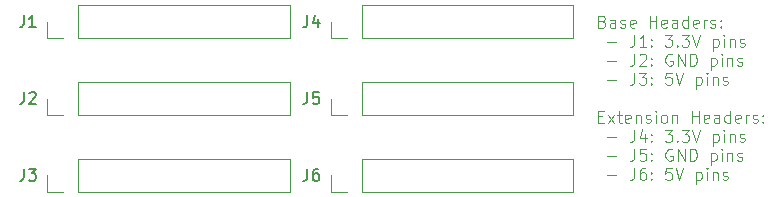
<source format=gbr>
%TF.GenerationSoftware,KiCad,Pcbnew,9.0.4*%
%TF.CreationDate,2025-09-14T11:53:58+01:00*%
%TF.ProjectId,dc_power_headers,64635f70-6f77-4657-925f-686561646572,rev?*%
%TF.SameCoordinates,Original*%
%TF.FileFunction,Legend,Top*%
%TF.FilePolarity,Positive*%
%FSLAX46Y46*%
G04 Gerber Fmt 4.6, Leading zero omitted, Abs format (unit mm)*
G04 Created by KiCad (PCBNEW 9.0.4) date 2025-09-14 11:53:58*
%MOMM*%
%LPD*%
G01*
G04 APERTURE LIST*
%ADD10C,0.100000*%
%ADD11C,0.150000*%
%ADD12C,0.120000*%
G04 APERTURE END LIST*
D10*
X161137217Y-71969057D02*
X161280074Y-72016676D01*
X161280074Y-72016676D02*
X161327693Y-72064295D01*
X161327693Y-72064295D02*
X161375312Y-72159533D01*
X161375312Y-72159533D02*
X161375312Y-72302390D01*
X161375312Y-72302390D02*
X161327693Y-72397628D01*
X161327693Y-72397628D02*
X161280074Y-72445248D01*
X161280074Y-72445248D02*
X161184836Y-72492867D01*
X161184836Y-72492867D02*
X160803884Y-72492867D01*
X160803884Y-72492867D02*
X160803884Y-71492867D01*
X160803884Y-71492867D02*
X161137217Y-71492867D01*
X161137217Y-71492867D02*
X161232455Y-71540486D01*
X161232455Y-71540486D02*
X161280074Y-71588105D01*
X161280074Y-71588105D02*
X161327693Y-71683343D01*
X161327693Y-71683343D02*
X161327693Y-71778581D01*
X161327693Y-71778581D02*
X161280074Y-71873819D01*
X161280074Y-71873819D02*
X161232455Y-71921438D01*
X161232455Y-71921438D02*
X161137217Y-71969057D01*
X161137217Y-71969057D02*
X160803884Y-71969057D01*
X162232455Y-72492867D02*
X162232455Y-71969057D01*
X162232455Y-71969057D02*
X162184836Y-71873819D01*
X162184836Y-71873819D02*
X162089598Y-71826200D01*
X162089598Y-71826200D02*
X161899122Y-71826200D01*
X161899122Y-71826200D02*
X161803884Y-71873819D01*
X162232455Y-72445248D02*
X162137217Y-72492867D01*
X162137217Y-72492867D02*
X161899122Y-72492867D01*
X161899122Y-72492867D02*
X161803884Y-72445248D01*
X161803884Y-72445248D02*
X161756265Y-72350009D01*
X161756265Y-72350009D02*
X161756265Y-72254771D01*
X161756265Y-72254771D02*
X161803884Y-72159533D01*
X161803884Y-72159533D02*
X161899122Y-72111914D01*
X161899122Y-72111914D02*
X162137217Y-72111914D01*
X162137217Y-72111914D02*
X162232455Y-72064295D01*
X162661027Y-72445248D02*
X162756265Y-72492867D01*
X162756265Y-72492867D02*
X162946741Y-72492867D01*
X162946741Y-72492867D02*
X163041979Y-72445248D01*
X163041979Y-72445248D02*
X163089598Y-72350009D01*
X163089598Y-72350009D02*
X163089598Y-72302390D01*
X163089598Y-72302390D02*
X163041979Y-72207152D01*
X163041979Y-72207152D02*
X162946741Y-72159533D01*
X162946741Y-72159533D02*
X162803884Y-72159533D01*
X162803884Y-72159533D02*
X162708646Y-72111914D01*
X162708646Y-72111914D02*
X162661027Y-72016676D01*
X162661027Y-72016676D02*
X162661027Y-71969057D01*
X162661027Y-71969057D02*
X162708646Y-71873819D01*
X162708646Y-71873819D02*
X162803884Y-71826200D01*
X162803884Y-71826200D02*
X162946741Y-71826200D01*
X162946741Y-71826200D02*
X163041979Y-71873819D01*
X163899122Y-72445248D02*
X163803884Y-72492867D01*
X163803884Y-72492867D02*
X163613408Y-72492867D01*
X163613408Y-72492867D02*
X163518170Y-72445248D01*
X163518170Y-72445248D02*
X163470551Y-72350009D01*
X163470551Y-72350009D02*
X163470551Y-71969057D01*
X163470551Y-71969057D02*
X163518170Y-71873819D01*
X163518170Y-71873819D02*
X163613408Y-71826200D01*
X163613408Y-71826200D02*
X163803884Y-71826200D01*
X163803884Y-71826200D02*
X163899122Y-71873819D01*
X163899122Y-71873819D02*
X163946741Y-71969057D01*
X163946741Y-71969057D02*
X163946741Y-72064295D01*
X163946741Y-72064295D02*
X163470551Y-72159533D01*
X165137218Y-72492867D02*
X165137218Y-71492867D01*
X165137218Y-71969057D02*
X165708646Y-71969057D01*
X165708646Y-72492867D02*
X165708646Y-71492867D01*
X166565789Y-72445248D02*
X166470551Y-72492867D01*
X166470551Y-72492867D02*
X166280075Y-72492867D01*
X166280075Y-72492867D02*
X166184837Y-72445248D01*
X166184837Y-72445248D02*
X166137218Y-72350009D01*
X166137218Y-72350009D02*
X166137218Y-71969057D01*
X166137218Y-71969057D02*
X166184837Y-71873819D01*
X166184837Y-71873819D02*
X166280075Y-71826200D01*
X166280075Y-71826200D02*
X166470551Y-71826200D01*
X166470551Y-71826200D02*
X166565789Y-71873819D01*
X166565789Y-71873819D02*
X166613408Y-71969057D01*
X166613408Y-71969057D02*
X166613408Y-72064295D01*
X166613408Y-72064295D02*
X166137218Y-72159533D01*
X167470551Y-72492867D02*
X167470551Y-71969057D01*
X167470551Y-71969057D02*
X167422932Y-71873819D01*
X167422932Y-71873819D02*
X167327694Y-71826200D01*
X167327694Y-71826200D02*
X167137218Y-71826200D01*
X167137218Y-71826200D02*
X167041980Y-71873819D01*
X167470551Y-72445248D02*
X167375313Y-72492867D01*
X167375313Y-72492867D02*
X167137218Y-72492867D01*
X167137218Y-72492867D02*
X167041980Y-72445248D01*
X167041980Y-72445248D02*
X166994361Y-72350009D01*
X166994361Y-72350009D02*
X166994361Y-72254771D01*
X166994361Y-72254771D02*
X167041980Y-72159533D01*
X167041980Y-72159533D02*
X167137218Y-72111914D01*
X167137218Y-72111914D02*
X167375313Y-72111914D01*
X167375313Y-72111914D02*
X167470551Y-72064295D01*
X168375313Y-72492867D02*
X168375313Y-71492867D01*
X168375313Y-72445248D02*
X168280075Y-72492867D01*
X168280075Y-72492867D02*
X168089599Y-72492867D01*
X168089599Y-72492867D02*
X167994361Y-72445248D01*
X167994361Y-72445248D02*
X167946742Y-72397628D01*
X167946742Y-72397628D02*
X167899123Y-72302390D01*
X167899123Y-72302390D02*
X167899123Y-72016676D01*
X167899123Y-72016676D02*
X167946742Y-71921438D01*
X167946742Y-71921438D02*
X167994361Y-71873819D01*
X167994361Y-71873819D02*
X168089599Y-71826200D01*
X168089599Y-71826200D02*
X168280075Y-71826200D01*
X168280075Y-71826200D02*
X168375313Y-71873819D01*
X169232456Y-72445248D02*
X169137218Y-72492867D01*
X169137218Y-72492867D02*
X168946742Y-72492867D01*
X168946742Y-72492867D02*
X168851504Y-72445248D01*
X168851504Y-72445248D02*
X168803885Y-72350009D01*
X168803885Y-72350009D02*
X168803885Y-71969057D01*
X168803885Y-71969057D02*
X168851504Y-71873819D01*
X168851504Y-71873819D02*
X168946742Y-71826200D01*
X168946742Y-71826200D02*
X169137218Y-71826200D01*
X169137218Y-71826200D02*
X169232456Y-71873819D01*
X169232456Y-71873819D02*
X169280075Y-71969057D01*
X169280075Y-71969057D02*
X169280075Y-72064295D01*
X169280075Y-72064295D02*
X168803885Y-72159533D01*
X169708647Y-72492867D02*
X169708647Y-71826200D01*
X169708647Y-72016676D02*
X169756266Y-71921438D01*
X169756266Y-71921438D02*
X169803885Y-71873819D01*
X169803885Y-71873819D02*
X169899123Y-71826200D01*
X169899123Y-71826200D02*
X169994361Y-71826200D01*
X170280076Y-72445248D02*
X170375314Y-72492867D01*
X170375314Y-72492867D02*
X170565790Y-72492867D01*
X170565790Y-72492867D02*
X170661028Y-72445248D01*
X170661028Y-72445248D02*
X170708647Y-72350009D01*
X170708647Y-72350009D02*
X170708647Y-72302390D01*
X170708647Y-72302390D02*
X170661028Y-72207152D01*
X170661028Y-72207152D02*
X170565790Y-72159533D01*
X170565790Y-72159533D02*
X170422933Y-72159533D01*
X170422933Y-72159533D02*
X170327695Y-72111914D01*
X170327695Y-72111914D02*
X170280076Y-72016676D01*
X170280076Y-72016676D02*
X170280076Y-71969057D01*
X170280076Y-71969057D02*
X170327695Y-71873819D01*
X170327695Y-71873819D02*
X170422933Y-71826200D01*
X170422933Y-71826200D02*
X170565790Y-71826200D01*
X170565790Y-71826200D02*
X170661028Y-71873819D01*
X171137219Y-72397628D02*
X171184838Y-72445248D01*
X171184838Y-72445248D02*
X171137219Y-72492867D01*
X171137219Y-72492867D02*
X171089600Y-72445248D01*
X171089600Y-72445248D02*
X171137219Y-72397628D01*
X171137219Y-72397628D02*
X171137219Y-72492867D01*
X171137219Y-71873819D02*
X171184838Y-71921438D01*
X171184838Y-71921438D02*
X171137219Y-71969057D01*
X171137219Y-71969057D02*
X171089600Y-71921438D01*
X171089600Y-71921438D02*
X171137219Y-71873819D01*
X171137219Y-71873819D02*
X171137219Y-71969057D01*
X161565789Y-73721858D02*
X162327694Y-73721858D01*
X163851503Y-73102811D02*
X163851503Y-73817096D01*
X163851503Y-73817096D02*
X163803884Y-73959953D01*
X163803884Y-73959953D02*
X163708646Y-74055192D01*
X163708646Y-74055192D02*
X163565789Y-74102811D01*
X163565789Y-74102811D02*
X163470551Y-74102811D01*
X164851503Y-74102811D02*
X164280075Y-74102811D01*
X164565789Y-74102811D02*
X164565789Y-73102811D01*
X164565789Y-73102811D02*
X164470551Y-73245668D01*
X164470551Y-73245668D02*
X164375313Y-73340906D01*
X164375313Y-73340906D02*
X164280075Y-73388525D01*
X165280075Y-74007572D02*
X165327694Y-74055192D01*
X165327694Y-74055192D02*
X165280075Y-74102811D01*
X165280075Y-74102811D02*
X165232456Y-74055192D01*
X165232456Y-74055192D02*
X165280075Y-74007572D01*
X165280075Y-74007572D02*
X165280075Y-74102811D01*
X165280075Y-73483763D02*
X165327694Y-73531382D01*
X165327694Y-73531382D02*
X165280075Y-73579001D01*
X165280075Y-73579001D02*
X165232456Y-73531382D01*
X165232456Y-73531382D02*
X165280075Y-73483763D01*
X165280075Y-73483763D02*
X165280075Y-73579001D01*
X166422932Y-73102811D02*
X167041979Y-73102811D01*
X167041979Y-73102811D02*
X166708646Y-73483763D01*
X166708646Y-73483763D02*
X166851503Y-73483763D01*
X166851503Y-73483763D02*
X166946741Y-73531382D01*
X166946741Y-73531382D02*
X166994360Y-73579001D01*
X166994360Y-73579001D02*
X167041979Y-73674239D01*
X167041979Y-73674239D02*
X167041979Y-73912334D01*
X167041979Y-73912334D02*
X166994360Y-74007572D01*
X166994360Y-74007572D02*
X166946741Y-74055192D01*
X166946741Y-74055192D02*
X166851503Y-74102811D01*
X166851503Y-74102811D02*
X166565789Y-74102811D01*
X166565789Y-74102811D02*
X166470551Y-74055192D01*
X166470551Y-74055192D02*
X166422932Y-74007572D01*
X167470551Y-74007572D02*
X167518170Y-74055192D01*
X167518170Y-74055192D02*
X167470551Y-74102811D01*
X167470551Y-74102811D02*
X167422932Y-74055192D01*
X167422932Y-74055192D02*
X167470551Y-74007572D01*
X167470551Y-74007572D02*
X167470551Y-74102811D01*
X167851503Y-73102811D02*
X168470550Y-73102811D01*
X168470550Y-73102811D02*
X168137217Y-73483763D01*
X168137217Y-73483763D02*
X168280074Y-73483763D01*
X168280074Y-73483763D02*
X168375312Y-73531382D01*
X168375312Y-73531382D02*
X168422931Y-73579001D01*
X168422931Y-73579001D02*
X168470550Y-73674239D01*
X168470550Y-73674239D02*
X168470550Y-73912334D01*
X168470550Y-73912334D02*
X168422931Y-74007572D01*
X168422931Y-74007572D02*
X168375312Y-74055192D01*
X168375312Y-74055192D02*
X168280074Y-74102811D01*
X168280074Y-74102811D02*
X167994360Y-74102811D01*
X167994360Y-74102811D02*
X167899122Y-74055192D01*
X167899122Y-74055192D02*
X167851503Y-74007572D01*
X168756265Y-73102811D02*
X169089598Y-74102811D01*
X169089598Y-74102811D02*
X169422931Y-73102811D01*
X170518170Y-73436144D02*
X170518170Y-74436144D01*
X170518170Y-73483763D02*
X170613408Y-73436144D01*
X170613408Y-73436144D02*
X170803884Y-73436144D01*
X170803884Y-73436144D02*
X170899122Y-73483763D01*
X170899122Y-73483763D02*
X170946741Y-73531382D01*
X170946741Y-73531382D02*
X170994360Y-73626620D01*
X170994360Y-73626620D02*
X170994360Y-73912334D01*
X170994360Y-73912334D02*
X170946741Y-74007572D01*
X170946741Y-74007572D02*
X170899122Y-74055192D01*
X170899122Y-74055192D02*
X170803884Y-74102811D01*
X170803884Y-74102811D02*
X170613408Y-74102811D01*
X170613408Y-74102811D02*
X170518170Y-74055192D01*
X171422932Y-74102811D02*
X171422932Y-73436144D01*
X171422932Y-73102811D02*
X171375313Y-73150430D01*
X171375313Y-73150430D02*
X171422932Y-73198049D01*
X171422932Y-73198049D02*
X171470551Y-73150430D01*
X171470551Y-73150430D02*
X171422932Y-73102811D01*
X171422932Y-73102811D02*
X171422932Y-73198049D01*
X171899122Y-73436144D02*
X171899122Y-74102811D01*
X171899122Y-73531382D02*
X171946741Y-73483763D01*
X171946741Y-73483763D02*
X172041979Y-73436144D01*
X172041979Y-73436144D02*
X172184836Y-73436144D01*
X172184836Y-73436144D02*
X172280074Y-73483763D01*
X172280074Y-73483763D02*
X172327693Y-73579001D01*
X172327693Y-73579001D02*
X172327693Y-74102811D01*
X172756265Y-74055192D02*
X172851503Y-74102811D01*
X172851503Y-74102811D02*
X173041979Y-74102811D01*
X173041979Y-74102811D02*
X173137217Y-74055192D01*
X173137217Y-74055192D02*
X173184836Y-73959953D01*
X173184836Y-73959953D02*
X173184836Y-73912334D01*
X173184836Y-73912334D02*
X173137217Y-73817096D01*
X173137217Y-73817096D02*
X173041979Y-73769477D01*
X173041979Y-73769477D02*
X172899122Y-73769477D01*
X172899122Y-73769477D02*
X172803884Y-73721858D01*
X172803884Y-73721858D02*
X172756265Y-73626620D01*
X172756265Y-73626620D02*
X172756265Y-73579001D01*
X172756265Y-73579001D02*
X172803884Y-73483763D01*
X172803884Y-73483763D02*
X172899122Y-73436144D01*
X172899122Y-73436144D02*
X173041979Y-73436144D01*
X173041979Y-73436144D02*
X173137217Y-73483763D01*
X161565789Y-75331802D02*
X162327694Y-75331802D01*
X163851503Y-74712755D02*
X163851503Y-75427040D01*
X163851503Y-75427040D02*
X163803884Y-75569897D01*
X163803884Y-75569897D02*
X163708646Y-75665136D01*
X163708646Y-75665136D02*
X163565789Y-75712755D01*
X163565789Y-75712755D02*
X163470551Y-75712755D01*
X164280075Y-74807993D02*
X164327694Y-74760374D01*
X164327694Y-74760374D02*
X164422932Y-74712755D01*
X164422932Y-74712755D02*
X164661027Y-74712755D01*
X164661027Y-74712755D02*
X164756265Y-74760374D01*
X164756265Y-74760374D02*
X164803884Y-74807993D01*
X164803884Y-74807993D02*
X164851503Y-74903231D01*
X164851503Y-74903231D02*
X164851503Y-74998469D01*
X164851503Y-74998469D02*
X164803884Y-75141326D01*
X164803884Y-75141326D02*
X164232456Y-75712755D01*
X164232456Y-75712755D02*
X164851503Y-75712755D01*
X165280075Y-75617516D02*
X165327694Y-75665136D01*
X165327694Y-75665136D02*
X165280075Y-75712755D01*
X165280075Y-75712755D02*
X165232456Y-75665136D01*
X165232456Y-75665136D02*
X165280075Y-75617516D01*
X165280075Y-75617516D02*
X165280075Y-75712755D01*
X165280075Y-75093707D02*
X165327694Y-75141326D01*
X165327694Y-75141326D02*
X165280075Y-75188945D01*
X165280075Y-75188945D02*
X165232456Y-75141326D01*
X165232456Y-75141326D02*
X165280075Y-75093707D01*
X165280075Y-75093707D02*
X165280075Y-75188945D01*
X167041979Y-74760374D02*
X166946741Y-74712755D01*
X166946741Y-74712755D02*
X166803884Y-74712755D01*
X166803884Y-74712755D02*
X166661027Y-74760374D01*
X166661027Y-74760374D02*
X166565789Y-74855612D01*
X166565789Y-74855612D02*
X166518170Y-74950850D01*
X166518170Y-74950850D02*
X166470551Y-75141326D01*
X166470551Y-75141326D02*
X166470551Y-75284183D01*
X166470551Y-75284183D02*
X166518170Y-75474659D01*
X166518170Y-75474659D02*
X166565789Y-75569897D01*
X166565789Y-75569897D02*
X166661027Y-75665136D01*
X166661027Y-75665136D02*
X166803884Y-75712755D01*
X166803884Y-75712755D02*
X166899122Y-75712755D01*
X166899122Y-75712755D02*
X167041979Y-75665136D01*
X167041979Y-75665136D02*
X167089598Y-75617516D01*
X167089598Y-75617516D02*
X167089598Y-75284183D01*
X167089598Y-75284183D02*
X166899122Y-75284183D01*
X167518170Y-75712755D02*
X167518170Y-74712755D01*
X167518170Y-74712755D02*
X168089598Y-75712755D01*
X168089598Y-75712755D02*
X168089598Y-74712755D01*
X168565789Y-75712755D02*
X168565789Y-74712755D01*
X168565789Y-74712755D02*
X168803884Y-74712755D01*
X168803884Y-74712755D02*
X168946741Y-74760374D01*
X168946741Y-74760374D02*
X169041979Y-74855612D01*
X169041979Y-74855612D02*
X169089598Y-74950850D01*
X169089598Y-74950850D02*
X169137217Y-75141326D01*
X169137217Y-75141326D02*
X169137217Y-75284183D01*
X169137217Y-75284183D02*
X169089598Y-75474659D01*
X169089598Y-75474659D02*
X169041979Y-75569897D01*
X169041979Y-75569897D02*
X168946741Y-75665136D01*
X168946741Y-75665136D02*
X168803884Y-75712755D01*
X168803884Y-75712755D02*
X168565789Y-75712755D01*
X170327694Y-75046088D02*
X170327694Y-76046088D01*
X170327694Y-75093707D02*
X170422932Y-75046088D01*
X170422932Y-75046088D02*
X170613408Y-75046088D01*
X170613408Y-75046088D02*
X170708646Y-75093707D01*
X170708646Y-75093707D02*
X170756265Y-75141326D01*
X170756265Y-75141326D02*
X170803884Y-75236564D01*
X170803884Y-75236564D02*
X170803884Y-75522278D01*
X170803884Y-75522278D02*
X170756265Y-75617516D01*
X170756265Y-75617516D02*
X170708646Y-75665136D01*
X170708646Y-75665136D02*
X170613408Y-75712755D01*
X170613408Y-75712755D02*
X170422932Y-75712755D01*
X170422932Y-75712755D02*
X170327694Y-75665136D01*
X171232456Y-75712755D02*
X171232456Y-75046088D01*
X171232456Y-74712755D02*
X171184837Y-74760374D01*
X171184837Y-74760374D02*
X171232456Y-74807993D01*
X171232456Y-74807993D02*
X171280075Y-74760374D01*
X171280075Y-74760374D02*
X171232456Y-74712755D01*
X171232456Y-74712755D02*
X171232456Y-74807993D01*
X171708646Y-75046088D02*
X171708646Y-75712755D01*
X171708646Y-75141326D02*
X171756265Y-75093707D01*
X171756265Y-75093707D02*
X171851503Y-75046088D01*
X171851503Y-75046088D02*
X171994360Y-75046088D01*
X171994360Y-75046088D02*
X172089598Y-75093707D01*
X172089598Y-75093707D02*
X172137217Y-75188945D01*
X172137217Y-75188945D02*
X172137217Y-75712755D01*
X172565789Y-75665136D02*
X172661027Y-75712755D01*
X172661027Y-75712755D02*
X172851503Y-75712755D01*
X172851503Y-75712755D02*
X172946741Y-75665136D01*
X172946741Y-75665136D02*
X172994360Y-75569897D01*
X172994360Y-75569897D02*
X172994360Y-75522278D01*
X172994360Y-75522278D02*
X172946741Y-75427040D01*
X172946741Y-75427040D02*
X172851503Y-75379421D01*
X172851503Y-75379421D02*
X172708646Y-75379421D01*
X172708646Y-75379421D02*
X172613408Y-75331802D01*
X172613408Y-75331802D02*
X172565789Y-75236564D01*
X172565789Y-75236564D02*
X172565789Y-75188945D01*
X172565789Y-75188945D02*
X172613408Y-75093707D01*
X172613408Y-75093707D02*
X172708646Y-75046088D01*
X172708646Y-75046088D02*
X172851503Y-75046088D01*
X172851503Y-75046088D02*
X172946741Y-75093707D01*
X161565789Y-76941746D02*
X162327694Y-76941746D01*
X163851503Y-76322699D02*
X163851503Y-77036984D01*
X163851503Y-77036984D02*
X163803884Y-77179841D01*
X163803884Y-77179841D02*
X163708646Y-77275080D01*
X163708646Y-77275080D02*
X163565789Y-77322699D01*
X163565789Y-77322699D02*
X163470551Y-77322699D01*
X164232456Y-76322699D02*
X164851503Y-76322699D01*
X164851503Y-76322699D02*
X164518170Y-76703651D01*
X164518170Y-76703651D02*
X164661027Y-76703651D01*
X164661027Y-76703651D02*
X164756265Y-76751270D01*
X164756265Y-76751270D02*
X164803884Y-76798889D01*
X164803884Y-76798889D02*
X164851503Y-76894127D01*
X164851503Y-76894127D02*
X164851503Y-77132222D01*
X164851503Y-77132222D02*
X164803884Y-77227460D01*
X164803884Y-77227460D02*
X164756265Y-77275080D01*
X164756265Y-77275080D02*
X164661027Y-77322699D01*
X164661027Y-77322699D02*
X164375313Y-77322699D01*
X164375313Y-77322699D02*
X164280075Y-77275080D01*
X164280075Y-77275080D02*
X164232456Y-77227460D01*
X165280075Y-77227460D02*
X165327694Y-77275080D01*
X165327694Y-77275080D02*
X165280075Y-77322699D01*
X165280075Y-77322699D02*
X165232456Y-77275080D01*
X165232456Y-77275080D02*
X165280075Y-77227460D01*
X165280075Y-77227460D02*
X165280075Y-77322699D01*
X165280075Y-76703651D02*
X165327694Y-76751270D01*
X165327694Y-76751270D02*
X165280075Y-76798889D01*
X165280075Y-76798889D02*
X165232456Y-76751270D01*
X165232456Y-76751270D02*
X165280075Y-76703651D01*
X165280075Y-76703651D02*
X165280075Y-76798889D01*
X166994360Y-76322699D02*
X166518170Y-76322699D01*
X166518170Y-76322699D02*
X166470551Y-76798889D01*
X166470551Y-76798889D02*
X166518170Y-76751270D01*
X166518170Y-76751270D02*
X166613408Y-76703651D01*
X166613408Y-76703651D02*
X166851503Y-76703651D01*
X166851503Y-76703651D02*
X166946741Y-76751270D01*
X166946741Y-76751270D02*
X166994360Y-76798889D01*
X166994360Y-76798889D02*
X167041979Y-76894127D01*
X167041979Y-76894127D02*
X167041979Y-77132222D01*
X167041979Y-77132222D02*
X166994360Y-77227460D01*
X166994360Y-77227460D02*
X166946741Y-77275080D01*
X166946741Y-77275080D02*
X166851503Y-77322699D01*
X166851503Y-77322699D02*
X166613408Y-77322699D01*
X166613408Y-77322699D02*
X166518170Y-77275080D01*
X166518170Y-77275080D02*
X166470551Y-77227460D01*
X167327694Y-76322699D02*
X167661027Y-77322699D01*
X167661027Y-77322699D02*
X167994360Y-76322699D01*
X169089599Y-76656032D02*
X169089599Y-77656032D01*
X169089599Y-76703651D02*
X169184837Y-76656032D01*
X169184837Y-76656032D02*
X169375313Y-76656032D01*
X169375313Y-76656032D02*
X169470551Y-76703651D01*
X169470551Y-76703651D02*
X169518170Y-76751270D01*
X169518170Y-76751270D02*
X169565789Y-76846508D01*
X169565789Y-76846508D02*
X169565789Y-77132222D01*
X169565789Y-77132222D02*
X169518170Y-77227460D01*
X169518170Y-77227460D02*
X169470551Y-77275080D01*
X169470551Y-77275080D02*
X169375313Y-77322699D01*
X169375313Y-77322699D02*
X169184837Y-77322699D01*
X169184837Y-77322699D02*
X169089599Y-77275080D01*
X169994361Y-77322699D02*
X169994361Y-76656032D01*
X169994361Y-76322699D02*
X169946742Y-76370318D01*
X169946742Y-76370318D02*
X169994361Y-76417937D01*
X169994361Y-76417937D02*
X170041980Y-76370318D01*
X170041980Y-76370318D02*
X169994361Y-76322699D01*
X169994361Y-76322699D02*
X169994361Y-76417937D01*
X170470551Y-76656032D02*
X170470551Y-77322699D01*
X170470551Y-76751270D02*
X170518170Y-76703651D01*
X170518170Y-76703651D02*
X170613408Y-76656032D01*
X170613408Y-76656032D02*
X170756265Y-76656032D01*
X170756265Y-76656032D02*
X170851503Y-76703651D01*
X170851503Y-76703651D02*
X170899122Y-76798889D01*
X170899122Y-76798889D02*
X170899122Y-77322699D01*
X171327694Y-77275080D02*
X171422932Y-77322699D01*
X171422932Y-77322699D02*
X171613408Y-77322699D01*
X171613408Y-77322699D02*
X171708646Y-77275080D01*
X171708646Y-77275080D02*
X171756265Y-77179841D01*
X171756265Y-77179841D02*
X171756265Y-77132222D01*
X171756265Y-77132222D02*
X171708646Y-77036984D01*
X171708646Y-77036984D02*
X171613408Y-76989365D01*
X171613408Y-76989365D02*
X171470551Y-76989365D01*
X171470551Y-76989365D02*
X171375313Y-76941746D01*
X171375313Y-76941746D02*
X171327694Y-76846508D01*
X171327694Y-76846508D02*
X171327694Y-76798889D01*
X171327694Y-76798889D02*
X171375313Y-76703651D01*
X171375313Y-76703651D02*
X171470551Y-76656032D01*
X171470551Y-76656032D02*
X171613408Y-76656032D01*
X171613408Y-76656032D02*
X171708646Y-76703651D01*
X160803884Y-80018777D02*
X161137217Y-80018777D01*
X161280074Y-80542587D02*
X160803884Y-80542587D01*
X160803884Y-80542587D02*
X160803884Y-79542587D01*
X160803884Y-79542587D02*
X161280074Y-79542587D01*
X161613408Y-80542587D02*
X162137217Y-79875920D01*
X161613408Y-79875920D02*
X162137217Y-80542587D01*
X162375313Y-79875920D02*
X162756265Y-79875920D01*
X162518170Y-79542587D02*
X162518170Y-80399729D01*
X162518170Y-80399729D02*
X162565789Y-80494968D01*
X162565789Y-80494968D02*
X162661027Y-80542587D01*
X162661027Y-80542587D02*
X162756265Y-80542587D01*
X163470551Y-80494968D02*
X163375313Y-80542587D01*
X163375313Y-80542587D02*
X163184837Y-80542587D01*
X163184837Y-80542587D02*
X163089599Y-80494968D01*
X163089599Y-80494968D02*
X163041980Y-80399729D01*
X163041980Y-80399729D02*
X163041980Y-80018777D01*
X163041980Y-80018777D02*
X163089599Y-79923539D01*
X163089599Y-79923539D02*
X163184837Y-79875920D01*
X163184837Y-79875920D02*
X163375313Y-79875920D01*
X163375313Y-79875920D02*
X163470551Y-79923539D01*
X163470551Y-79923539D02*
X163518170Y-80018777D01*
X163518170Y-80018777D02*
X163518170Y-80114015D01*
X163518170Y-80114015D02*
X163041980Y-80209253D01*
X163946742Y-79875920D02*
X163946742Y-80542587D01*
X163946742Y-79971158D02*
X163994361Y-79923539D01*
X163994361Y-79923539D02*
X164089599Y-79875920D01*
X164089599Y-79875920D02*
X164232456Y-79875920D01*
X164232456Y-79875920D02*
X164327694Y-79923539D01*
X164327694Y-79923539D02*
X164375313Y-80018777D01*
X164375313Y-80018777D02*
X164375313Y-80542587D01*
X164803885Y-80494968D02*
X164899123Y-80542587D01*
X164899123Y-80542587D02*
X165089599Y-80542587D01*
X165089599Y-80542587D02*
X165184837Y-80494968D01*
X165184837Y-80494968D02*
X165232456Y-80399729D01*
X165232456Y-80399729D02*
X165232456Y-80352110D01*
X165232456Y-80352110D02*
X165184837Y-80256872D01*
X165184837Y-80256872D02*
X165089599Y-80209253D01*
X165089599Y-80209253D02*
X164946742Y-80209253D01*
X164946742Y-80209253D02*
X164851504Y-80161634D01*
X164851504Y-80161634D02*
X164803885Y-80066396D01*
X164803885Y-80066396D02*
X164803885Y-80018777D01*
X164803885Y-80018777D02*
X164851504Y-79923539D01*
X164851504Y-79923539D02*
X164946742Y-79875920D01*
X164946742Y-79875920D02*
X165089599Y-79875920D01*
X165089599Y-79875920D02*
X165184837Y-79923539D01*
X165661028Y-80542587D02*
X165661028Y-79875920D01*
X165661028Y-79542587D02*
X165613409Y-79590206D01*
X165613409Y-79590206D02*
X165661028Y-79637825D01*
X165661028Y-79637825D02*
X165708647Y-79590206D01*
X165708647Y-79590206D02*
X165661028Y-79542587D01*
X165661028Y-79542587D02*
X165661028Y-79637825D01*
X166280075Y-80542587D02*
X166184837Y-80494968D01*
X166184837Y-80494968D02*
X166137218Y-80447348D01*
X166137218Y-80447348D02*
X166089599Y-80352110D01*
X166089599Y-80352110D02*
X166089599Y-80066396D01*
X166089599Y-80066396D02*
X166137218Y-79971158D01*
X166137218Y-79971158D02*
X166184837Y-79923539D01*
X166184837Y-79923539D02*
X166280075Y-79875920D01*
X166280075Y-79875920D02*
X166422932Y-79875920D01*
X166422932Y-79875920D02*
X166518170Y-79923539D01*
X166518170Y-79923539D02*
X166565789Y-79971158D01*
X166565789Y-79971158D02*
X166613408Y-80066396D01*
X166613408Y-80066396D02*
X166613408Y-80352110D01*
X166613408Y-80352110D02*
X166565789Y-80447348D01*
X166565789Y-80447348D02*
X166518170Y-80494968D01*
X166518170Y-80494968D02*
X166422932Y-80542587D01*
X166422932Y-80542587D02*
X166280075Y-80542587D01*
X167041980Y-79875920D02*
X167041980Y-80542587D01*
X167041980Y-79971158D02*
X167089599Y-79923539D01*
X167089599Y-79923539D02*
X167184837Y-79875920D01*
X167184837Y-79875920D02*
X167327694Y-79875920D01*
X167327694Y-79875920D02*
X167422932Y-79923539D01*
X167422932Y-79923539D02*
X167470551Y-80018777D01*
X167470551Y-80018777D02*
X167470551Y-80542587D01*
X168708647Y-80542587D02*
X168708647Y-79542587D01*
X168708647Y-80018777D02*
X169280075Y-80018777D01*
X169280075Y-80542587D02*
X169280075Y-79542587D01*
X170137218Y-80494968D02*
X170041980Y-80542587D01*
X170041980Y-80542587D02*
X169851504Y-80542587D01*
X169851504Y-80542587D02*
X169756266Y-80494968D01*
X169756266Y-80494968D02*
X169708647Y-80399729D01*
X169708647Y-80399729D02*
X169708647Y-80018777D01*
X169708647Y-80018777D02*
X169756266Y-79923539D01*
X169756266Y-79923539D02*
X169851504Y-79875920D01*
X169851504Y-79875920D02*
X170041980Y-79875920D01*
X170041980Y-79875920D02*
X170137218Y-79923539D01*
X170137218Y-79923539D02*
X170184837Y-80018777D01*
X170184837Y-80018777D02*
X170184837Y-80114015D01*
X170184837Y-80114015D02*
X169708647Y-80209253D01*
X171041980Y-80542587D02*
X171041980Y-80018777D01*
X171041980Y-80018777D02*
X170994361Y-79923539D01*
X170994361Y-79923539D02*
X170899123Y-79875920D01*
X170899123Y-79875920D02*
X170708647Y-79875920D01*
X170708647Y-79875920D02*
X170613409Y-79923539D01*
X171041980Y-80494968D02*
X170946742Y-80542587D01*
X170946742Y-80542587D02*
X170708647Y-80542587D01*
X170708647Y-80542587D02*
X170613409Y-80494968D01*
X170613409Y-80494968D02*
X170565790Y-80399729D01*
X170565790Y-80399729D02*
X170565790Y-80304491D01*
X170565790Y-80304491D02*
X170613409Y-80209253D01*
X170613409Y-80209253D02*
X170708647Y-80161634D01*
X170708647Y-80161634D02*
X170946742Y-80161634D01*
X170946742Y-80161634D02*
X171041980Y-80114015D01*
X171946742Y-80542587D02*
X171946742Y-79542587D01*
X171946742Y-80494968D02*
X171851504Y-80542587D01*
X171851504Y-80542587D02*
X171661028Y-80542587D01*
X171661028Y-80542587D02*
X171565790Y-80494968D01*
X171565790Y-80494968D02*
X171518171Y-80447348D01*
X171518171Y-80447348D02*
X171470552Y-80352110D01*
X171470552Y-80352110D02*
X171470552Y-80066396D01*
X171470552Y-80066396D02*
X171518171Y-79971158D01*
X171518171Y-79971158D02*
X171565790Y-79923539D01*
X171565790Y-79923539D02*
X171661028Y-79875920D01*
X171661028Y-79875920D02*
X171851504Y-79875920D01*
X171851504Y-79875920D02*
X171946742Y-79923539D01*
X172803885Y-80494968D02*
X172708647Y-80542587D01*
X172708647Y-80542587D02*
X172518171Y-80542587D01*
X172518171Y-80542587D02*
X172422933Y-80494968D01*
X172422933Y-80494968D02*
X172375314Y-80399729D01*
X172375314Y-80399729D02*
X172375314Y-80018777D01*
X172375314Y-80018777D02*
X172422933Y-79923539D01*
X172422933Y-79923539D02*
X172518171Y-79875920D01*
X172518171Y-79875920D02*
X172708647Y-79875920D01*
X172708647Y-79875920D02*
X172803885Y-79923539D01*
X172803885Y-79923539D02*
X172851504Y-80018777D01*
X172851504Y-80018777D02*
X172851504Y-80114015D01*
X172851504Y-80114015D02*
X172375314Y-80209253D01*
X173280076Y-80542587D02*
X173280076Y-79875920D01*
X173280076Y-80066396D02*
X173327695Y-79971158D01*
X173327695Y-79971158D02*
X173375314Y-79923539D01*
X173375314Y-79923539D02*
X173470552Y-79875920D01*
X173470552Y-79875920D02*
X173565790Y-79875920D01*
X173851505Y-80494968D02*
X173946743Y-80542587D01*
X173946743Y-80542587D02*
X174137219Y-80542587D01*
X174137219Y-80542587D02*
X174232457Y-80494968D01*
X174232457Y-80494968D02*
X174280076Y-80399729D01*
X174280076Y-80399729D02*
X174280076Y-80352110D01*
X174280076Y-80352110D02*
X174232457Y-80256872D01*
X174232457Y-80256872D02*
X174137219Y-80209253D01*
X174137219Y-80209253D02*
X173994362Y-80209253D01*
X173994362Y-80209253D02*
X173899124Y-80161634D01*
X173899124Y-80161634D02*
X173851505Y-80066396D01*
X173851505Y-80066396D02*
X173851505Y-80018777D01*
X173851505Y-80018777D02*
X173899124Y-79923539D01*
X173899124Y-79923539D02*
X173994362Y-79875920D01*
X173994362Y-79875920D02*
X174137219Y-79875920D01*
X174137219Y-79875920D02*
X174232457Y-79923539D01*
X174708648Y-80447348D02*
X174756267Y-80494968D01*
X174756267Y-80494968D02*
X174708648Y-80542587D01*
X174708648Y-80542587D02*
X174661029Y-80494968D01*
X174661029Y-80494968D02*
X174708648Y-80447348D01*
X174708648Y-80447348D02*
X174708648Y-80542587D01*
X174708648Y-79923539D02*
X174756267Y-79971158D01*
X174756267Y-79971158D02*
X174708648Y-80018777D01*
X174708648Y-80018777D02*
X174661029Y-79971158D01*
X174661029Y-79971158D02*
X174708648Y-79923539D01*
X174708648Y-79923539D02*
X174708648Y-80018777D01*
X161565789Y-81771578D02*
X162327694Y-81771578D01*
X163851503Y-81152531D02*
X163851503Y-81866816D01*
X163851503Y-81866816D02*
X163803884Y-82009673D01*
X163803884Y-82009673D02*
X163708646Y-82104912D01*
X163708646Y-82104912D02*
X163565789Y-82152531D01*
X163565789Y-82152531D02*
X163470551Y-82152531D01*
X164756265Y-81485864D02*
X164756265Y-82152531D01*
X164518170Y-81104912D02*
X164280075Y-81819197D01*
X164280075Y-81819197D02*
X164899122Y-81819197D01*
X165280075Y-82057292D02*
X165327694Y-82104912D01*
X165327694Y-82104912D02*
X165280075Y-82152531D01*
X165280075Y-82152531D02*
X165232456Y-82104912D01*
X165232456Y-82104912D02*
X165280075Y-82057292D01*
X165280075Y-82057292D02*
X165280075Y-82152531D01*
X165280075Y-81533483D02*
X165327694Y-81581102D01*
X165327694Y-81581102D02*
X165280075Y-81628721D01*
X165280075Y-81628721D02*
X165232456Y-81581102D01*
X165232456Y-81581102D02*
X165280075Y-81533483D01*
X165280075Y-81533483D02*
X165280075Y-81628721D01*
X166422932Y-81152531D02*
X167041979Y-81152531D01*
X167041979Y-81152531D02*
X166708646Y-81533483D01*
X166708646Y-81533483D02*
X166851503Y-81533483D01*
X166851503Y-81533483D02*
X166946741Y-81581102D01*
X166946741Y-81581102D02*
X166994360Y-81628721D01*
X166994360Y-81628721D02*
X167041979Y-81723959D01*
X167041979Y-81723959D02*
X167041979Y-81962054D01*
X167041979Y-81962054D02*
X166994360Y-82057292D01*
X166994360Y-82057292D02*
X166946741Y-82104912D01*
X166946741Y-82104912D02*
X166851503Y-82152531D01*
X166851503Y-82152531D02*
X166565789Y-82152531D01*
X166565789Y-82152531D02*
X166470551Y-82104912D01*
X166470551Y-82104912D02*
X166422932Y-82057292D01*
X167470551Y-82057292D02*
X167518170Y-82104912D01*
X167518170Y-82104912D02*
X167470551Y-82152531D01*
X167470551Y-82152531D02*
X167422932Y-82104912D01*
X167422932Y-82104912D02*
X167470551Y-82057292D01*
X167470551Y-82057292D02*
X167470551Y-82152531D01*
X167851503Y-81152531D02*
X168470550Y-81152531D01*
X168470550Y-81152531D02*
X168137217Y-81533483D01*
X168137217Y-81533483D02*
X168280074Y-81533483D01*
X168280074Y-81533483D02*
X168375312Y-81581102D01*
X168375312Y-81581102D02*
X168422931Y-81628721D01*
X168422931Y-81628721D02*
X168470550Y-81723959D01*
X168470550Y-81723959D02*
X168470550Y-81962054D01*
X168470550Y-81962054D02*
X168422931Y-82057292D01*
X168422931Y-82057292D02*
X168375312Y-82104912D01*
X168375312Y-82104912D02*
X168280074Y-82152531D01*
X168280074Y-82152531D02*
X167994360Y-82152531D01*
X167994360Y-82152531D02*
X167899122Y-82104912D01*
X167899122Y-82104912D02*
X167851503Y-82057292D01*
X168756265Y-81152531D02*
X169089598Y-82152531D01*
X169089598Y-82152531D02*
X169422931Y-81152531D01*
X170518170Y-81485864D02*
X170518170Y-82485864D01*
X170518170Y-81533483D02*
X170613408Y-81485864D01*
X170613408Y-81485864D02*
X170803884Y-81485864D01*
X170803884Y-81485864D02*
X170899122Y-81533483D01*
X170899122Y-81533483D02*
X170946741Y-81581102D01*
X170946741Y-81581102D02*
X170994360Y-81676340D01*
X170994360Y-81676340D02*
X170994360Y-81962054D01*
X170994360Y-81962054D02*
X170946741Y-82057292D01*
X170946741Y-82057292D02*
X170899122Y-82104912D01*
X170899122Y-82104912D02*
X170803884Y-82152531D01*
X170803884Y-82152531D02*
X170613408Y-82152531D01*
X170613408Y-82152531D02*
X170518170Y-82104912D01*
X171422932Y-82152531D02*
X171422932Y-81485864D01*
X171422932Y-81152531D02*
X171375313Y-81200150D01*
X171375313Y-81200150D02*
X171422932Y-81247769D01*
X171422932Y-81247769D02*
X171470551Y-81200150D01*
X171470551Y-81200150D02*
X171422932Y-81152531D01*
X171422932Y-81152531D02*
X171422932Y-81247769D01*
X171899122Y-81485864D02*
X171899122Y-82152531D01*
X171899122Y-81581102D02*
X171946741Y-81533483D01*
X171946741Y-81533483D02*
X172041979Y-81485864D01*
X172041979Y-81485864D02*
X172184836Y-81485864D01*
X172184836Y-81485864D02*
X172280074Y-81533483D01*
X172280074Y-81533483D02*
X172327693Y-81628721D01*
X172327693Y-81628721D02*
X172327693Y-82152531D01*
X172756265Y-82104912D02*
X172851503Y-82152531D01*
X172851503Y-82152531D02*
X173041979Y-82152531D01*
X173041979Y-82152531D02*
X173137217Y-82104912D01*
X173137217Y-82104912D02*
X173184836Y-82009673D01*
X173184836Y-82009673D02*
X173184836Y-81962054D01*
X173184836Y-81962054D02*
X173137217Y-81866816D01*
X173137217Y-81866816D02*
X173041979Y-81819197D01*
X173041979Y-81819197D02*
X172899122Y-81819197D01*
X172899122Y-81819197D02*
X172803884Y-81771578D01*
X172803884Y-81771578D02*
X172756265Y-81676340D01*
X172756265Y-81676340D02*
X172756265Y-81628721D01*
X172756265Y-81628721D02*
X172803884Y-81533483D01*
X172803884Y-81533483D02*
X172899122Y-81485864D01*
X172899122Y-81485864D02*
X173041979Y-81485864D01*
X173041979Y-81485864D02*
X173137217Y-81533483D01*
X161565789Y-83381522D02*
X162327694Y-83381522D01*
X163851503Y-82762475D02*
X163851503Y-83476760D01*
X163851503Y-83476760D02*
X163803884Y-83619617D01*
X163803884Y-83619617D02*
X163708646Y-83714856D01*
X163708646Y-83714856D02*
X163565789Y-83762475D01*
X163565789Y-83762475D02*
X163470551Y-83762475D01*
X164803884Y-82762475D02*
X164327694Y-82762475D01*
X164327694Y-82762475D02*
X164280075Y-83238665D01*
X164280075Y-83238665D02*
X164327694Y-83191046D01*
X164327694Y-83191046D02*
X164422932Y-83143427D01*
X164422932Y-83143427D02*
X164661027Y-83143427D01*
X164661027Y-83143427D02*
X164756265Y-83191046D01*
X164756265Y-83191046D02*
X164803884Y-83238665D01*
X164803884Y-83238665D02*
X164851503Y-83333903D01*
X164851503Y-83333903D02*
X164851503Y-83571998D01*
X164851503Y-83571998D02*
X164803884Y-83667236D01*
X164803884Y-83667236D02*
X164756265Y-83714856D01*
X164756265Y-83714856D02*
X164661027Y-83762475D01*
X164661027Y-83762475D02*
X164422932Y-83762475D01*
X164422932Y-83762475D02*
X164327694Y-83714856D01*
X164327694Y-83714856D02*
X164280075Y-83667236D01*
X165280075Y-83667236D02*
X165327694Y-83714856D01*
X165327694Y-83714856D02*
X165280075Y-83762475D01*
X165280075Y-83762475D02*
X165232456Y-83714856D01*
X165232456Y-83714856D02*
X165280075Y-83667236D01*
X165280075Y-83667236D02*
X165280075Y-83762475D01*
X165280075Y-83143427D02*
X165327694Y-83191046D01*
X165327694Y-83191046D02*
X165280075Y-83238665D01*
X165280075Y-83238665D02*
X165232456Y-83191046D01*
X165232456Y-83191046D02*
X165280075Y-83143427D01*
X165280075Y-83143427D02*
X165280075Y-83238665D01*
X167041979Y-82810094D02*
X166946741Y-82762475D01*
X166946741Y-82762475D02*
X166803884Y-82762475D01*
X166803884Y-82762475D02*
X166661027Y-82810094D01*
X166661027Y-82810094D02*
X166565789Y-82905332D01*
X166565789Y-82905332D02*
X166518170Y-83000570D01*
X166518170Y-83000570D02*
X166470551Y-83191046D01*
X166470551Y-83191046D02*
X166470551Y-83333903D01*
X166470551Y-83333903D02*
X166518170Y-83524379D01*
X166518170Y-83524379D02*
X166565789Y-83619617D01*
X166565789Y-83619617D02*
X166661027Y-83714856D01*
X166661027Y-83714856D02*
X166803884Y-83762475D01*
X166803884Y-83762475D02*
X166899122Y-83762475D01*
X166899122Y-83762475D02*
X167041979Y-83714856D01*
X167041979Y-83714856D02*
X167089598Y-83667236D01*
X167089598Y-83667236D02*
X167089598Y-83333903D01*
X167089598Y-83333903D02*
X166899122Y-83333903D01*
X167518170Y-83762475D02*
X167518170Y-82762475D01*
X167518170Y-82762475D02*
X168089598Y-83762475D01*
X168089598Y-83762475D02*
X168089598Y-82762475D01*
X168565789Y-83762475D02*
X168565789Y-82762475D01*
X168565789Y-82762475D02*
X168803884Y-82762475D01*
X168803884Y-82762475D02*
X168946741Y-82810094D01*
X168946741Y-82810094D02*
X169041979Y-82905332D01*
X169041979Y-82905332D02*
X169089598Y-83000570D01*
X169089598Y-83000570D02*
X169137217Y-83191046D01*
X169137217Y-83191046D02*
X169137217Y-83333903D01*
X169137217Y-83333903D02*
X169089598Y-83524379D01*
X169089598Y-83524379D02*
X169041979Y-83619617D01*
X169041979Y-83619617D02*
X168946741Y-83714856D01*
X168946741Y-83714856D02*
X168803884Y-83762475D01*
X168803884Y-83762475D02*
X168565789Y-83762475D01*
X170327694Y-83095808D02*
X170327694Y-84095808D01*
X170327694Y-83143427D02*
X170422932Y-83095808D01*
X170422932Y-83095808D02*
X170613408Y-83095808D01*
X170613408Y-83095808D02*
X170708646Y-83143427D01*
X170708646Y-83143427D02*
X170756265Y-83191046D01*
X170756265Y-83191046D02*
X170803884Y-83286284D01*
X170803884Y-83286284D02*
X170803884Y-83571998D01*
X170803884Y-83571998D02*
X170756265Y-83667236D01*
X170756265Y-83667236D02*
X170708646Y-83714856D01*
X170708646Y-83714856D02*
X170613408Y-83762475D01*
X170613408Y-83762475D02*
X170422932Y-83762475D01*
X170422932Y-83762475D02*
X170327694Y-83714856D01*
X171232456Y-83762475D02*
X171232456Y-83095808D01*
X171232456Y-82762475D02*
X171184837Y-82810094D01*
X171184837Y-82810094D02*
X171232456Y-82857713D01*
X171232456Y-82857713D02*
X171280075Y-82810094D01*
X171280075Y-82810094D02*
X171232456Y-82762475D01*
X171232456Y-82762475D02*
X171232456Y-82857713D01*
X171708646Y-83095808D02*
X171708646Y-83762475D01*
X171708646Y-83191046D02*
X171756265Y-83143427D01*
X171756265Y-83143427D02*
X171851503Y-83095808D01*
X171851503Y-83095808D02*
X171994360Y-83095808D01*
X171994360Y-83095808D02*
X172089598Y-83143427D01*
X172089598Y-83143427D02*
X172137217Y-83238665D01*
X172137217Y-83238665D02*
X172137217Y-83762475D01*
X172565789Y-83714856D02*
X172661027Y-83762475D01*
X172661027Y-83762475D02*
X172851503Y-83762475D01*
X172851503Y-83762475D02*
X172946741Y-83714856D01*
X172946741Y-83714856D02*
X172994360Y-83619617D01*
X172994360Y-83619617D02*
X172994360Y-83571998D01*
X172994360Y-83571998D02*
X172946741Y-83476760D01*
X172946741Y-83476760D02*
X172851503Y-83429141D01*
X172851503Y-83429141D02*
X172708646Y-83429141D01*
X172708646Y-83429141D02*
X172613408Y-83381522D01*
X172613408Y-83381522D02*
X172565789Y-83286284D01*
X172565789Y-83286284D02*
X172565789Y-83238665D01*
X172565789Y-83238665D02*
X172613408Y-83143427D01*
X172613408Y-83143427D02*
X172708646Y-83095808D01*
X172708646Y-83095808D02*
X172851503Y-83095808D01*
X172851503Y-83095808D02*
X172946741Y-83143427D01*
X161565789Y-84991466D02*
X162327694Y-84991466D01*
X163851503Y-84372419D02*
X163851503Y-85086704D01*
X163851503Y-85086704D02*
X163803884Y-85229561D01*
X163803884Y-85229561D02*
X163708646Y-85324800D01*
X163708646Y-85324800D02*
X163565789Y-85372419D01*
X163565789Y-85372419D02*
X163470551Y-85372419D01*
X164756265Y-84372419D02*
X164565789Y-84372419D01*
X164565789Y-84372419D02*
X164470551Y-84420038D01*
X164470551Y-84420038D02*
X164422932Y-84467657D01*
X164422932Y-84467657D02*
X164327694Y-84610514D01*
X164327694Y-84610514D02*
X164280075Y-84800990D01*
X164280075Y-84800990D02*
X164280075Y-85181942D01*
X164280075Y-85181942D02*
X164327694Y-85277180D01*
X164327694Y-85277180D02*
X164375313Y-85324800D01*
X164375313Y-85324800D02*
X164470551Y-85372419D01*
X164470551Y-85372419D02*
X164661027Y-85372419D01*
X164661027Y-85372419D02*
X164756265Y-85324800D01*
X164756265Y-85324800D02*
X164803884Y-85277180D01*
X164803884Y-85277180D02*
X164851503Y-85181942D01*
X164851503Y-85181942D02*
X164851503Y-84943847D01*
X164851503Y-84943847D02*
X164803884Y-84848609D01*
X164803884Y-84848609D02*
X164756265Y-84800990D01*
X164756265Y-84800990D02*
X164661027Y-84753371D01*
X164661027Y-84753371D02*
X164470551Y-84753371D01*
X164470551Y-84753371D02*
X164375313Y-84800990D01*
X164375313Y-84800990D02*
X164327694Y-84848609D01*
X164327694Y-84848609D02*
X164280075Y-84943847D01*
X165280075Y-85277180D02*
X165327694Y-85324800D01*
X165327694Y-85324800D02*
X165280075Y-85372419D01*
X165280075Y-85372419D02*
X165232456Y-85324800D01*
X165232456Y-85324800D02*
X165280075Y-85277180D01*
X165280075Y-85277180D02*
X165280075Y-85372419D01*
X165280075Y-84753371D02*
X165327694Y-84800990D01*
X165327694Y-84800990D02*
X165280075Y-84848609D01*
X165280075Y-84848609D02*
X165232456Y-84800990D01*
X165232456Y-84800990D02*
X165280075Y-84753371D01*
X165280075Y-84753371D02*
X165280075Y-84848609D01*
X166994360Y-84372419D02*
X166518170Y-84372419D01*
X166518170Y-84372419D02*
X166470551Y-84848609D01*
X166470551Y-84848609D02*
X166518170Y-84800990D01*
X166518170Y-84800990D02*
X166613408Y-84753371D01*
X166613408Y-84753371D02*
X166851503Y-84753371D01*
X166851503Y-84753371D02*
X166946741Y-84800990D01*
X166946741Y-84800990D02*
X166994360Y-84848609D01*
X166994360Y-84848609D02*
X167041979Y-84943847D01*
X167041979Y-84943847D02*
X167041979Y-85181942D01*
X167041979Y-85181942D02*
X166994360Y-85277180D01*
X166994360Y-85277180D02*
X166946741Y-85324800D01*
X166946741Y-85324800D02*
X166851503Y-85372419D01*
X166851503Y-85372419D02*
X166613408Y-85372419D01*
X166613408Y-85372419D02*
X166518170Y-85324800D01*
X166518170Y-85324800D02*
X166470551Y-85277180D01*
X167327694Y-84372419D02*
X167661027Y-85372419D01*
X167661027Y-85372419D02*
X167994360Y-84372419D01*
X169089599Y-84705752D02*
X169089599Y-85705752D01*
X169089599Y-84753371D02*
X169184837Y-84705752D01*
X169184837Y-84705752D02*
X169375313Y-84705752D01*
X169375313Y-84705752D02*
X169470551Y-84753371D01*
X169470551Y-84753371D02*
X169518170Y-84800990D01*
X169518170Y-84800990D02*
X169565789Y-84896228D01*
X169565789Y-84896228D02*
X169565789Y-85181942D01*
X169565789Y-85181942D02*
X169518170Y-85277180D01*
X169518170Y-85277180D02*
X169470551Y-85324800D01*
X169470551Y-85324800D02*
X169375313Y-85372419D01*
X169375313Y-85372419D02*
X169184837Y-85372419D01*
X169184837Y-85372419D02*
X169089599Y-85324800D01*
X169994361Y-85372419D02*
X169994361Y-84705752D01*
X169994361Y-84372419D02*
X169946742Y-84420038D01*
X169946742Y-84420038D02*
X169994361Y-84467657D01*
X169994361Y-84467657D02*
X170041980Y-84420038D01*
X170041980Y-84420038D02*
X169994361Y-84372419D01*
X169994361Y-84372419D02*
X169994361Y-84467657D01*
X170470551Y-84705752D02*
X170470551Y-85372419D01*
X170470551Y-84800990D02*
X170518170Y-84753371D01*
X170518170Y-84753371D02*
X170613408Y-84705752D01*
X170613408Y-84705752D02*
X170756265Y-84705752D01*
X170756265Y-84705752D02*
X170851503Y-84753371D01*
X170851503Y-84753371D02*
X170899122Y-84848609D01*
X170899122Y-84848609D02*
X170899122Y-85372419D01*
X171327694Y-85324800D02*
X171422932Y-85372419D01*
X171422932Y-85372419D02*
X171613408Y-85372419D01*
X171613408Y-85372419D02*
X171708646Y-85324800D01*
X171708646Y-85324800D02*
X171756265Y-85229561D01*
X171756265Y-85229561D02*
X171756265Y-85181942D01*
X171756265Y-85181942D02*
X171708646Y-85086704D01*
X171708646Y-85086704D02*
X171613408Y-85039085D01*
X171613408Y-85039085D02*
X171470551Y-85039085D01*
X171470551Y-85039085D02*
X171375313Y-84991466D01*
X171375313Y-84991466D02*
X171327694Y-84896228D01*
X171327694Y-84896228D02*
X171327694Y-84848609D01*
X171327694Y-84848609D02*
X171375313Y-84753371D01*
X171375313Y-84753371D02*
X171470551Y-84705752D01*
X171470551Y-84705752D02*
X171613408Y-84705752D01*
X171613408Y-84705752D02*
X171708646Y-84753371D01*
D11*
X112166666Y-71454819D02*
X112166666Y-72169104D01*
X112166666Y-72169104D02*
X112119047Y-72311961D01*
X112119047Y-72311961D02*
X112023809Y-72407200D01*
X112023809Y-72407200D02*
X111880952Y-72454819D01*
X111880952Y-72454819D02*
X111785714Y-72454819D01*
X113166666Y-72454819D02*
X112595238Y-72454819D01*
X112880952Y-72454819D02*
X112880952Y-71454819D01*
X112880952Y-71454819D02*
X112785714Y-71597676D01*
X112785714Y-71597676D02*
X112690476Y-71692914D01*
X112690476Y-71692914D02*
X112595238Y-71740533D01*
X112166666Y-84454819D02*
X112166666Y-85169104D01*
X112166666Y-85169104D02*
X112119047Y-85311961D01*
X112119047Y-85311961D02*
X112023809Y-85407200D01*
X112023809Y-85407200D02*
X111880952Y-85454819D01*
X111880952Y-85454819D02*
X111785714Y-85454819D01*
X112547619Y-84454819D02*
X113166666Y-84454819D01*
X113166666Y-84454819D02*
X112833333Y-84835771D01*
X112833333Y-84835771D02*
X112976190Y-84835771D01*
X112976190Y-84835771D02*
X113071428Y-84883390D01*
X113071428Y-84883390D02*
X113119047Y-84931009D01*
X113119047Y-84931009D02*
X113166666Y-85026247D01*
X113166666Y-85026247D02*
X113166666Y-85264342D01*
X113166666Y-85264342D02*
X113119047Y-85359580D01*
X113119047Y-85359580D02*
X113071428Y-85407200D01*
X113071428Y-85407200D02*
X112976190Y-85454819D01*
X112976190Y-85454819D02*
X112690476Y-85454819D01*
X112690476Y-85454819D02*
X112595238Y-85407200D01*
X112595238Y-85407200D02*
X112547619Y-85359580D01*
X112166666Y-77954819D02*
X112166666Y-78669104D01*
X112166666Y-78669104D02*
X112119047Y-78811961D01*
X112119047Y-78811961D02*
X112023809Y-78907200D01*
X112023809Y-78907200D02*
X111880952Y-78954819D01*
X111880952Y-78954819D02*
X111785714Y-78954819D01*
X112595238Y-78050057D02*
X112642857Y-78002438D01*
X112642857Y-78002438D02*
X112738095Y-77954819D01*
X112738095Y-77954819D02*
X112976190Y-77954819D01*
X112976190Y-77954819D02*
X113071428Y-78002438D01*
X113071428Y-78002438D02*
X113119047Y-78050057D01*
X113119047Y-78050057D02*
X113166666Y-78145295D01*
X113166666Y-78145295D02*
X113166666Y-78240533D01*
X113166666Y-78240533D02*
X113119047Y-78383390D01*
X113119047Y-78383390D02*
X112547619Y-78954819D01*
X112547619Y-78954819D02*
X113166666Y-78954819D01*
X136166666Y-77954819D02*
X136166666Y-78669104D01*
X136166666Y-78669104D02*
X136119047Y-78811961D01*
X136119047Y-78811961D02*
X136023809Y-78907200D01*
X136023809Y-78907200D02*
X135880952Y-78954819D01*
X135880952Y-78954819D02*
X135785714Y-78954819D01*
X137119047Y-77954819D02*
X136642857Y-77954819D01*
X136642857Y-77954819D02*
X136595238Y-78431009D01*
X136595238Y-78431009D02*
X136642857Y-78383390D01*
X136642857Y-78383390D02*
X136738095Y-78335771D01*
X136738095Y-78335771D02*
X136976190Y-78335771D01*
X136976190Y-78335771D02*
X137071428Y-78383390D01*
X137071428Y-78383390D02*
X137119047Y-78431009D01*
X137119047Y-78431009D02*
X137166666Y-78526247D01*
X137166666Y-78526247D02*
X137166666Y-78764342D01*
X137166666Y-78764342D02*
X137119047Y-78859580D01*
X137119047Y-78859580D02*
X137071428Y-78907200D01*
X137071428Y-78907200D02*
X136976190Y-78954819D01*
X136976190Y-78954819D02*
X136738095Y-78954819D01*
X136738095Y-78954819D02*
X136642857Y-78907200D01*
X136642857Y-78907200D02*
X136595238Y-78859580D01*
X136166666Y-71454819D02*
X136166666Y-72169104D01*
X136166666Y-72169104D02*
X136119047Y-72311961D01*
X136119047Y-72311961D02*
X136023809Y-72407200D01*
X136023809Y-72407200D02*
X135880952Y-72454819D01*
X135880952Y-72454819D02*
X135785714Y-72454819D01*
X137071428Y-71788152D02*
X137071428Y-72454819D01*
X136833333Y-71407200D02*
X136595238Y-72121485D01*
X136595238Y-72121485D02*
X137214285Y-72121485D01*
X136166666Y-84454819D02*
X136166666Y-85169104D01*
X136166666Y-85169104D02*
X136119047Y-85311961D01*
X136119047Y-85311961D02*
X136023809Y-85407200D01*
X136023809Y-85407200D02*
X135880952Y-85454819D01*
X135880952Y-85454819D02*
X135785714Y-85454819D01*
X137071428Y-84454819D02*
X136880952Y-84454819D01*
X136880952Y-84454819D02*
X136785714Y-84502438D01*
X136785714Y-84502438D02*
X136738095Y-84550057D01*
X136738095Y-84550057D02*
X136642857Y-84692914D01*
X136642857Y-84692914D02*
X136595238Y-84883390D01*
X136595238Y-84883390D02*
X136595238Y-85264342D01*
X136595238Y-85264342D02*
X136642857Y-85359580D01*
X136642857Y-85359580D02*
X136690476Y-85407200D01*
X136690476Y-85407200D02*
X136785714Y-85454819D01*
X136785714Y-85454819D02*
X136976190Y-85454819D01*
X136976190Y-85454819D02*
X137071428Y-85407200D01*
X137071428Y-85407200D02*
X137119047Y-85359580D01*
X137119047Y-85359580D02*
X137166666Y-85264342D01*
X137166666Y-85264342D02*
X137166666Y-85026247D01*
X137166666Y-85026247D02*
X137119047Y-84931009D01*
X137119047Y-84931009D02*
X137071428Y-84883390D01*
X137071428Y-84883390D02*
X136976190Y-84835771D01*
X136976190Y-84835771D02*
X136785714Y-84835771D01*
X136785714Y-84835771D02*
X136690476Y-84883390D01*
X136690476Y-84883390D02*
X136642857Y-84931009D01*
X136642857Y-84931009D02*
X136595238Y-85026247D01*
D12*
%TO.C,J1*%
X116770000Y-70620000D02*
X134660000Y-70620000D01*
X134660000Y-73380000D02*
X134660000Y-70620000D01*
X116770000Y-73380000D02*
X116770000Y-70620000D01*
X116770000Y-73380000D02*
X134660000Y-73380000D01*
X115500000Y-73380000D02*
X114120000Y-73380000D01*
X114120000Y-73380000D02*
X114120000Y-72000000D01*
%TO.C,J3*%
X116770000Y-83620000D02*
X134660000Y-83620000D01*
X134660000Y-86380000D02*
X134660000Y-83620000D01*
X116770000Y-86380000D02*
X116770000Y-83620000D01*
X116770000Y-86380000D02*
X134660000Y-86380000D01*
X115500000Y-86380000D02*
X114120000Y-86380000D01*
X114120000Y-86380000D02*
X114120000Y-85000000D01*
%TO.C,J2*%
X116770000Y-77120000D02*
X134660000Y-77120000D01*
X134660000Y-79880000D02*
X134660000Y-77120000D01*
X116770000Y-79880000D02*
X116770000Y-77120000D01*
X116770000Y-79880000D02*
X134660000Y-79880000D01*
X115500000Y-79880000D02*
X114120000Y-79880000D01*
X114120000Y-79880000D02*
X114120000Y-78500000D01*
%TO.C,J5*%
X140770000Y-77120000D02*
X158660000Y-77120000D01*
X158660000Y-79880000D02*
X158660000Y-77120000D01*
X140770000Y-79880000D02*
X140770000Y-77120000D01*
X140770000Y-79880000D02*
X158660000Y-79880000D01*
X139500000Y-79880000D02*
X138120000Y-79880000D01*
X138120000Y-79880000D02*
X138120000Y-78500000D01*
%TO.C,J4*%
X140770000Y-70620000D02*
X158660000Y-70620000D01*
X158660000Y-73380000D02*
X158660000Y-70620000D01*
X140770000Y-73380000D02*
X140770000Y-70620000D01*
X140770000Y-73380000D02*
X158660000Y-73380000D01*
X139500000Y-73380000D02*
X138120000Y-73380000D01*
X138120000Y-73380000D02*
X138120000Y-72000000D01*
%TO.C,J6*%
X140770000Y-83620000D02*
X158660000Y-83620000D01*
X158660000Y-86380000D02*
X158660000Y-83620000D01*
X140770000Y-86380000D02*
X140770000Y-83620000D01*
X140770000Y-86380000D02*
X158660000Y-86380000D01*
X139500000Y-86380000D02*
X138120000Y-86380000D01*
X138120000Y-86380000D02*
X138120000Y-85000000D01*
%TD*%
M02*

</source>
